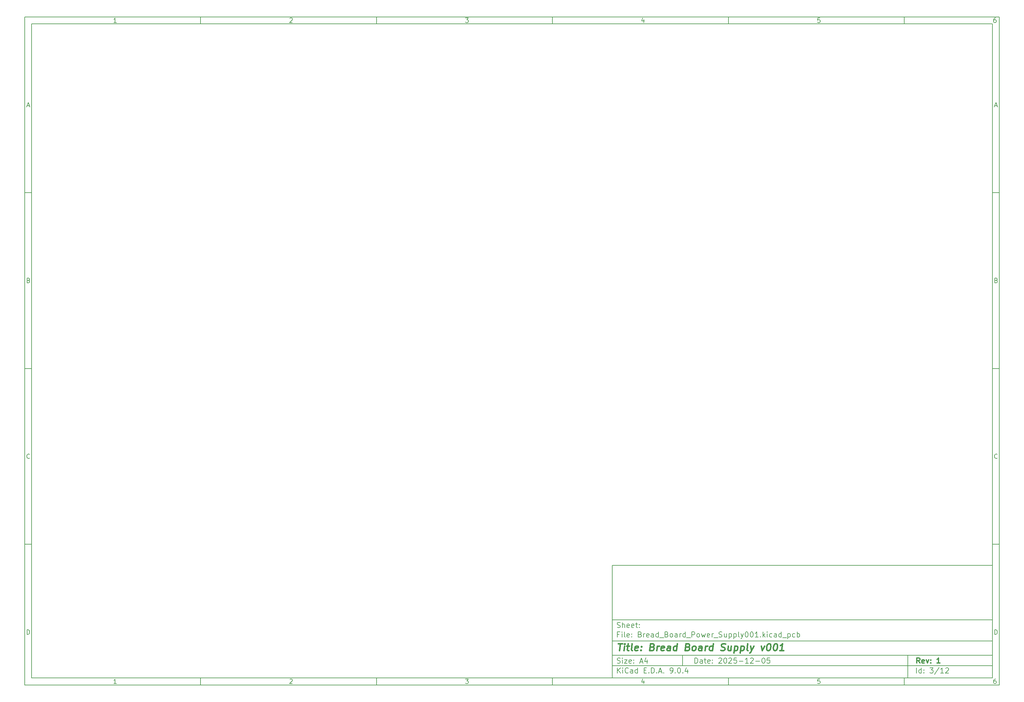
<source format=gbr>
%TF.GenerationSoftware,KiCad,Pcbnew,9.0.4*%
%TF.CreationDate,2025-12-05T21:51:25+03:30*%
%TF.ProjectId,Bread_Board_Power_Supply001,42726561-645f-4426-9f61-72645f506f77,1*%
%TF.SameCoordinates,Original*%
%TF.FileFunction,Paste,Top*%
%TF.FilePolarity,Positive*%
%FSLAX46Y46*%
G04 Gerber Fmt 4.6, Leading zero omitted, Abs format (unit mm)*
G04 Created by KiCad (PCBNEW 9.0.4) date 2025-12-05 21:51:25*
%MOMM*%
%LPD*%
G01*
G04 APERTURE LIST*
%ADD10C,0.100000*%
%ADD11C,0.150000*%
%ADD12C,0.300000*%
%ADD13C,0.400000*%
G04 APERTURE END LIST*
D10*
D11*
X177002200Y-166007200D02*
X285002200Y-166007200D01*
X285002200Y-198007200D01*
X177002200Y-198007200D01*
X177002200Y-166007200D01*
D10*
D11*
X10000000Y-10000000D02*
X287002200Y-10000000D01*
X287002200Y-200007200D01*
X10000000Y-200007200D01*
X10000000Y-10000000D01*
D10*
D11*
X12000000Y-12000000D02*
X285002200Y-12000000D01*
X285002200Y-198007200D01*
X12000000Y-198007200D01*
X12000000Y-12000000D01*
D10*
D11*
X60000000Y-12000000D02*
X60000000Y-10000000D01*
D10*
D11*
X110000000Y-12000000D02*
X110000000Y-10000000D01*
D10*
D11*
X160000000Y-12000000D02*
X160000000Y-10000000D01*
D10*
D11*
X210000000Y-12000000D02*
X210000000Y-10000000D01*
D10*
D11*
X260000000Y-12000000D02*
X260000000Y-10000000D01*
D10*
D11*
X36089160Y-11593604D02*
X35346303Y-11593604D01*
X35717731Y-11593604D02*
X35717731Y-10293604D01*
X35717731Y-10293604D02*
X35593922Y-10479319D01*
X35593922Y-10479319D02*
X35470112Y-10603128D01*
X35470112Y-10603128D02*
X35346303Y-10665033D01*
D10*
D11*
X85346303Y-10417414D02*
X85408207Y-10355509D01*
X85408207Y-10355509D02*
X85532017Y-10293604D01*
X85532017Y-10293604D02*
X85841541Y-10293604D01*
X85841541Y-10293604D02*
X85965350Y-10355509D01*
X85965350Y-10355509D02*
X86027255Y-10417414D01*
X86027255Y-10417414D02*
X86089160Y-10541223D01*
X86089160Y-10541223D02*
X86089160Y-10665033D01*
X86089160Y-10665033D02*
X86027255Y-10850747D01*
X86027255Y-10850747D02*
X85284398Y-11593604D01*
X85284398Y-11593604D02*
X86089160Y-11593604D01*
D10*
D11*
X135284398Y-10293604D02*
X136089160Y-10293604D01*
X136089160Y-10293604D02*
X135655826Y-10788842D01*
X135655826Y-10788842D02*
X135841541Y-10788842D01*
X135841541Y-10788842D02*
X135965350Y-10850747D01*
X135965350Y-10850747D02*
X136027255Y-10912652D01*
X136027255Y-10912652D02*
X136089160Y-11036461D01*
X136089160Y-11036461D02*
X136089160Y-11345985D01*
X136089160Y-11345985D02*
X136027255Y-11469795D01*
X136027255Y-11469795D02*
X135965350Y-11531700D01*
X135965350Y-11531700D02*
X135841541Y-11593604D01*
X135841541Y-11593604D02*
X135470112Y-11593604D01*
X135470112Y-11593604D02*
X135346303Y-11531700D01*
X135346303Y-11531700D02*
X135284398Y-11469795D01*
D10*
D11*
X185965350Y-10726938D02*
X185965350Y-11593604D01*
X185655826Y-10231700D02*
X185346303Y-11160271D01*
X185346303Y-11160271D02*
X186151064Y-11160271D01*
D10*
D11*
X236027255Y-10293604D02*
X235408207Y-10293604D01*
X235408207Y-10293604D02*
X235346303Y-10912652D01*
X235346303Y-10912652D02*
X235408207Y-10850747D01*
X235408207Y-10850747D02*
X235532017Y-10788842D01*
X235532017Y-10788842D02*
X235841541Y-10788842D01*
X235841541Y-10788842D02*
X235965350Y-10850747D01*
X235965350Y-10850747D02*
X236027255Y-10912652D01*
X236027255Y-10912652D02*
X236089160Y-11036461D01*
X236089160Y-11036461D02*
X236089160Y-11345985D01*
X236089160Y-11345985D02*
X236027255Y-11469795D01*
X236027255Y-11469795D02*
X235965350Y-11531700D01*
X235965350Y-11531700D02*
X235841541Y-11593604D01*
X235841541Y-11593604D02*
X235532017Y-11593604D01*
X235532017Y-11593604D02*
X235408207Y-11531700D01*
X235408207Y-11531700D02*
X235346303Y-11469795D01*
D10*
D11*
X285965350Y-10293604D02*
X285717731Y-10293604D01*
X285717731Y-10293604D02*
X285593922Y-10355509D01*
X285593922Y-10355509D02*
X285532017Y-10417414D01*
X285532017Y-10417414D02*
X285408207Y-10603128D01*
X285408207Y-10603128D02*
X285346303Y-10850747D01*
X285346303Y-10850747D02*
X285346303Y-11345985D01*
X285346303Y-11345985D02*
X285408207Y-11469795D01*
X285408207Y-11469795D02*
X285470112Y-11531700D01*
X285470112Y-11531700D02*
X285593922Y-11593604D01*
X285593922Y-11593604D02*
X285841541Y-11593604D01*
X285841541Y-11593604D02*
X285965350Y-11531700D01*
X285965350Y-11531700D02*
X286027255Y-11469795D01*
X286027255Y-11469795D02*
X286089160Y-11345985D01*
X286089160Y-11345985D02*
X286089160Y-11036461D01*
X286089160Y-11036461D02*
X286027255Y-10912652D01*
X286027255Y-10912652D02*
X285965350Y-10850747D01*
X285965350Y-10850747D02*
X285841541Y-10788842D01*
X285841541Y-10788842D02*
X285593922Y-10788842D01*
X285593922Y-10788842D02*
X285470112Y-10850747D01*
X285470112Y-10850747D02*
X285408207Y-10912652D01*
X285408207Y-10912652D02*
X285346303Y-11036461D01*
D10*
D11*
X60000000Y-198007200D02*
X60000000Y-200007200D01*
D10*
D11*
X110000000Y-198007200D02*
X110000000Y-200007200D01*
D10*
D11*
X160000000Y-198007200D02*
X160000000Y-200007200D01*
D10*
D11*
X210000000Y-198007200D02*
X210000000Y-200007200D01*
D10*
D11*
X260000000Y-198007200D02*
X260000000Y-200007200D01*
D10*
D11*
X36089160Y-199600804D02*
X35346303Y-199600804D01*
X35717731Y-199600804D02*
X35717731Y-198300804D01*
X35717731Y-198300804D02*
X35593922Y-198486519D01*
X35593922Y-198486519D02*
X35470112Y-198610328D01*
X35470112Y-198610328D02*
X35346303Y-198672233D01*
D10*
D11*
X85346303Y-198424614D02*
X85408207Y-198362709D01*
X85408207Y-198362709D02*
X85532017Y-198300804D01*
X85532017Y-198300804D02*
X85841541Y-198300804D01*
X85841541Y-198300804D02*
X85965350Y-198362709D01*
X85965350Y-198362709D02*
X86027255Y-198424614D01*
X86027255Y-198424614D02*
X86089160Y-198548423D01*
X86089160Y-198548423D02*
X86089160Y-198672233D01*
X86089160Y-198672233D02*
X86027255Y-198857947D01*
X86027255Y-198857947D02*
X85284398Y-199600804D01*
X85284398Y-199600804D02*
X86089160Y-199600804D01*
D10*
D11*
X135284398Y-198300804D02*
X136089160Y-198300804D01*
X136089160Y-198300804D02*
X135655826Y-198796042D01*
X135655826Y-198796042D02*
X135841541Y-198796042D01*
X135841541Y-198796042D02*
X135965350Y-198857947D01*
X135965350Y-198857947D02*
X136027255Y-198919852D01*
X136027255Y-198919852D02*
X136089160Y-199043661D01*
X136089160Y-199043661D02*
X136089160Y-199353185D01*
X136089160Y-199353185D02*
X136027255Y-199476995D01*
X136027255Y-199476995D02*
X135965350Y-199538900D01*
X135965350Y-199538900D02*
X135841541Y-199600804D01*
X135841541Y-199600804D02*
X135470112Y-199600804D01*
X135470112Y-199600804D02*
X135346303Y-199538900D01*
X135346303Y-199538900D02*
X135284398Y-199476995D01*
D10*
D11*
X185965350Y-198734138D02*
X185965350Y-199600804D01*
X185655826Y-198238900D02*
X185346303Y-199167471D01*
X185346303Y-199167471D02*
X186151064Y-199167471D01*
D10*
D11*
X236027255Y-198300804D02*
X235408207Y-198300804D01*
X235408207Y-198300804D02*
X235346303Y-198919852D01*
X235346303Y-198919852D02*
X235408207Y-198857947D01*
X235408207Y-198857947D02*
X235532017Y-198796042D01*
X235532017Y-198796042D02*
X235841541Y-198796042D01*
X235841541Y-198796042D02*
X235965350Y-198857947D01*
X235965350Y-198857947D02*
X236027255Y-198919852D01*
X236027255Y-198919852D02*
X236089160Y-199043661D01*
X236089160Y-199043661D02*
X236089160Y-199353185D01*
X236089160Y-199353185D02*
X236027255Y-199476995D01*
X236027255Y-199476995D02*
X235965350Y-199538900D01*
X235965350Y-199538900D02*
X235841541Y-199600804D01*
X235841541Y-199600804D02*
X235532017Y-199600804D01*
X235532017Y-199600804D02*
X235408207Y-199538900D01*
X235408207Y-199538900D02*
X235346303Y-199476995D01*
D10*
D11*
X285965350Y-198300804D02*
X285717731Y-198300804D01*
X285717731Y-198300804D02*
X285593922Y-198362709D01*
X285593922Y-198362709D02*
X285532017Y-198424614D01*
X285532017Y-198424614D02*
X285408207Y-198610328D01*
X285408207Y-198610328D02*
X285346303Y-198857947D01*
X285346303Y-198857947D02*
X285346303Y-199353185D01*
X285346303Y-199353185D02*
X285408207Y-199476995D01*
X285408207Y-199476995D02*
X285470112Y-199538900D01*
X285470112Y-199538900D02*
X285593922Y-199600804D01*
X285593922Y-199600804D02*
X285841541Y-199600804D01*
X285841541Y-199600804D02*
X285965350Y-199538900D01*
X285965350Y-199538900D02*
X286027255Y-199476995D01*
X286027255Y-199476995D02*
X286089160Y-199353185D01*
X286089160Y-199353185D02*
X286089160Y-199043661D01*
X286089160Y-199043661D02*
X286027255Y-198919852D01*
X286027255Y-198919852D02*
X285965350Y-198857947D01*
X285965350Y-198857947D02*
X285841541Y-198796042D01*
X285841541Y-198796042D02*
X285593922Y-198796042D01*
X285593922Y-198796042D02*
X285470112Y-198857947D01*
X285470112Y-198857947D02*
X285408207Y-198919852D01*
X285408207Y-198919852D02*
X285346303Y-199043661D01*
D10*
D11*
X10000000Y-60000000D02*
X12000000Y-60000000D01*
D10*
D11*
X10000000Y-110000000D02*
X12000000Y-110000000D01*
D10*
D11*
X10000000Y-160000000D02*
X12000000Y-160000000D01*
D10*
D11*
X10690476Y-35222176D02*
X11309523Y-35222176D01*
X10566666Y-35593604D02*
X10999999Y-34293604D01*
X10999999Y-34293604D02*
X11433333Y-35593604D01*
D10*
D11*
X11092857Y-84912652D02*
X11278571Y-84974557D01*
X11278571Y-84974557D02*
X11340476Y-85036461D01*
X11340476Y-85036461D02*
X11402380Y-85160271D01*
X11402380Y-85160271D02*
X11402380Y-85345985D01*
X11402380Y-85345985D02*
X11340476Y-85469795D01*
X11340476Y-85469795D02*
X11278571Y-85531700D01*
X11278571Y-85531700D02*
X11154761Y-85593604D01*
X11154761Y-85593604D02*
X10659523Y-85593604D01*
X10659523Y-85593604D02*
X10659523Y-84293604D01*
X10659523Y-84293604D02*
X11092857Y-84293604D01*
X11092857Y-84293604D02*
X11216666Y-84355509D01*
X11216666Y-84355509D02*
X11278571Y-84417414D01*
X11278571Y-84417414D02*
X11340476Y-84541223D01*
X11340476Y-84541223D02*
X11340476Y-84665033D01*
X11340476Y-84665033D02*
X11278571Y-84788842D01*
X11278571Y-84788842D02*
X11216666Y-84850747D01*
X11216666Y-84850747D02*
X11092857Y-84912652D01*
X11092857Y-84912652D02*
X10659523Y-84912652D01*
D10*
D11*
X11402380Y-135469795D02*
X11340476Y-135531700D01*
X11340476Y-135531700D02*
X11154761Y-135593604D01*
X11154761Y-135593604D02*
X11030952Y-135593604D01*
X11030952Y-135593604D02*
X10845238Y-135531700D01*
X10845238Y-135531700D02*
X10721428Y-135407890D01*
X10721428Y-135407890D02*
X10659523Y-135284080D01*
X10659523Y-135284080D02*
X10597619Y-135036461D01*
X10597619Y-135036461D02*
X10597619Y-134850747D01*
X10597619Y-134850747D02*
X10659523Y-134603128D01*
X10659523Y-134603128D02*
X10721428Y-134479319D01*
X10721428Y-134479319D02*
X10845238Y-134355509D01*
X10845238Y-134355509D02*
X11030952Y-134293604D01*
X11030952Y-134293604D02*
X11154761Y-134293604D01*
X11154761Y-134293604D02*
X11340476Y-134355509D01*
X11340476Y-134355509D02*
X11402380Y-134417414D01*
D10*
D11*
X10659523Y-185593604D02*
X10659523Y-184293604D01*
X10659523Y-184293604D02*
X10969047Y-184293604D01*
X10969047Y-184293604D02*
X11154761Y-184355509D01*
X11154761Y-184355509D02*
X11278571Y-184479319D01*
X11278571Y-184479319D02*
X11340476Y-184603128D01*
X11340476Y-184603128D02*
X11402380Y-184850747D01*
X11402380Y-184850747D02*
X11402380Y-185036461D01*
X11402380Y-185036461D02*
X11340476Y-185284080D01*
X11340476Y-185284080D02*
X11278571Y-185407890D01*
X11278571Y-185407890D02*
X11154761Y-185531700D01*
X11154761Y-185531700D02*
X10969047Y-185593604D01*
X10969047Y-185593604D02*
X10659523Y-185593604D01*
D10*
D11*
X287002200Y-60000000D02*
X285002200Y-60000000D01*
D10*
D11*
X287002200Y-110000000D02*
X285002200Y-110000000D01*
D10*
D11*
X287002200Y-160000000D02*
X285002200Y-160000000D01*
D10*
D11*
X285692676Y-35222176D02*
X286311723Y-35222176D01*
X285568866Y-35593604D02*
X286002199Y-34293604D01*
X286002199Y-34293604D02*
X286435533Y-35593604D01*
D10*
D11*
X286095057Y-84912652D02*
X286280771Y-84974557D01*
X286280771Y-84974557D02*
X286342676Y-85036461D01*
X286342676Y-85036461D02*
X286404580Y-85160271D01*
X286404580Y-85160271D02*
X286404580Y-85345985D01*
X286404580Y-85345985D02*
X286342676Y-85469795D01*
X286342676Y-85469795D02*
X286280771Y-85531700D01*
X286280771Y-85531700D02*
X286156961Y-85593604D01*
X286156961Y-85593604D02*
X285661723Y-85593604D01*
X285661723Y-85593604D02*
X285661723Y-84293604D01*
X285661723Y-84293604D02*
X286095057Y-84293604D01*
X286095057Y-84293604D02*
X286218866Y-84355509D01*
X286218866Y-84355509D02*
X286280771Y-84417414D01*
X286280771Y-84417414D02*
X286342676Y-84541223D01*
X286342676Y-84541223D02*
X286342676Y-84665033D01*
X286342676Y-84665033D02*
X286280771Y-84788842D01*
X286280771Y-84788842D02*
X286218866Y-84850747D01*
X286218866Y-84850747D02*
X286095057Y-84912652D01*
X286095057Y-84912652D02*
X285661723Y-84912652D01*
D10*
D11*
X286404580Y-135469795D02*
X286342676Y-135531700D01*
X286342676Y-135531700D02*
X286156961Y-135593604D01*
X286156961Y-135593604D02*
X286033152Y-135593604D01*
X286033152Y-135593604D02*
X285847438Y-135531700D01*
X285847438Y-135531700D02*
X285723628Y-135407890D01*
X285723628Y-135407890D02*
X285661723Y-135284080D01*
X285661723Y-135284080D02*
X285599819Y-135036461D01*
X285599819Y-135036461D02*
X285599819Y-134850747D01*
X285599819Y-134850747D02*
X285661723Y-134603128D01*
X285661723Y-134603128D02*
X285723628Y-134479319D01*
X285723628Y-134479319D02*
X285847438Y-134355509D01*
X285847438Y-134355509D02*
X286033152Y-134293604D01*
X286033152Y-134293604D02*
X286156961Y-134293604D01*
X286156961Y-134293604D02*
X286342676Y-134355509D01*
X286342676Y-134355509D02*
X286404580Y-134417414D01*
D10*
D11*
X285661723Y-185593604D02*
X285661723Y-184293604D01*
X285661723Y-184293604D02*
X285971247Y-184293604D01*
X285971247Y-184293604D02*
X286156961Y-184355509D01*
X286156961Y-184355509D02*
X286280771Y-184479319D01*
X286280771Y-184479319D02*
X286342676Y-184603128D01*
X286342676Y-184603128D02*
X286404580Y-184850747D01*
X286404580Y-184850747D02*
X286404580Y-185036461D01*
X286404580Y-185036461D02*
X286342676Y-185284080D01*
X286342676Y-185284080D02*
X286280771Y-185407890D01*
X286280771Y-185407890D02*
X286156961Y-185531700D01*
X286156961Y-185531700D02*
X285971247Y-185593604D01*
X285971247Y-185593604D02*
X285661723Y-185593604D01*
D10*
D11*
X200458026Y-193793328D02*
X200458026Y-192293328D01*
X200458026Y-192293328D02*
X200815169Y-192293328D01*
X200815169Y-192293328D02*
X201029455Y-192364757D01*
X201029455Y-192364757D02*
X201172312Y-192507614D01*
X201172312Y-192507614D02*
X201243741Y-192650471D01*
X201243741Y-192650471D02*
X201315169Y-192936185D01*
X201315169Y-192936185D02*
X201315169Y-193150471D01*
X201315169Y-193150471D02*
X201243741Y-193436185D01*
X201243741Y-193436185D02*
X201172312Y-193579042D01*
X201172312Y-193579042D02*
X201029455Y-193721900D01*
X201029455Y-193721900D02*
X200815169Y-193793328D01*
X200815169Y-193793328D02*
X200458026Y-193793328D01*
X202600884Y-193793328D02*
X202600884Y-193007614D01*
X202600884Y-193007614D02*
X202529455Y-192864757D01*
X202529455Y-192864757D02*
X202386598Y-192793328D01*
X202386598Y-192793328D02*
X202100884Y-192793328D01*
X202100884Y-192793328D02*
X201958026Y-192864757D01*
X202600884Y-193721900D02*
X202458026Y-193793328D01*
X202458026Y-193793328D02*
X202100884Y-193793328D01*
X202100884Y-193793328D02*
X201958026Y-193721900D01*
X201958026Y-193721900D02*
X201886598Y-193579042D01*
X201886598Y-193579042D02*
X201886598Y-193436185D01*
X201886598Y-193436185D02*
X201958026Y-193293328D01*
X201958026Y-193293328D02*
X202100884Y-193221900D01*
X202100884Y-193221900D02*
X202458026Y-193221900D01*
X202458026Y-193221900D02*
X202600884Y-193150471D01*
X203100884Y-192793328D02*
X203672312Y-192793328D01*
X203315169Y-192293328D02*
X203315169Y-193579042D01*
X203315169Y-193579042D02*
X203386598Y-193721900D01*
X203386598Y-193721900D02*
X203529455Y-193793328D01*
X203529455Y-193793328D02*
X203672312Y-193793328D01*
X204743741Y-193721900D02*
X204600884Y-193793328D01*
X204600884Y-193793328D02*
X204315170Y-193793328D01*
X204315170Y-193793328D02*
X204172312Y-193721900D01*
X204172312Y-193721900D02*
X204100884Y-193579042D01*
X204100884Y-193579042D02*
X204100884Y-193007614D01*
X204100884Y-193007614D02*
X204172312Y-192864757D01*
X204172312Y-192864757D02*
X204315170Y-192793328D01*
X204315170Y-192793328D02*
X204600884Y-192793328D01*
X204600884Y-192793328D02*
X204743741Y-192864757D01*
X204743741Y-192864757D02*
X204815170Y-193007614D01*
X204815170Y-193007614D02*
X204815170Y-193150471D01*
X204815170Y-193150471D02*
X204100884Y-193293328D01*
X205458026Y-193650471D02*
X205529455Y-193721900D01*
X205529455Y-193721900D02*
X205458026Y-193793328D01*
X205458026Y-193793328D02*
X205386598Y-193721900D01*
X205386598Y-193721900D02*
X205458026Y-193650471D01*
X205458026Y-193650471D02*
X205458026Y-193793328D01*
X205458026Y-192864757D02*
X205529455Y-192936185D01*
X205529455Y-192936185D02*
X205458026Y-193007614D01*
X205458026Y-193007614D02*
X205386598Y-192936185D01*
X205386598Y-192936185D02*
X205458026Y-192864757D01*
X205458026Y-192864757D02*
X205458026Y-193007614D01*
X207243741Y-192436185D02*
X207315169Y-192364757D01*
X207315169Y-192364757D02*
X207458027Y-192293328D01*
X207458027Y-192293328D02*
X207815169Y-192293328D01*
X207815169Y-192293328D02*
X207958027Y-192364757D01*
X207958027Y-192364757D02*
X208029455Y-192436185D01*
X208029455Y-192436185D02*
X208100884Y-192579042D01*
X208100884Y-192579042D02*
X208100884Y-192721900D01*
X208100884Y-192721900D02*
X208029455Y-192936185D01*
X208029455Y-192936185D02*
X207172312Y-193793328D01*
X207172312Y-193793328D02*
X208100884Y-193793328D01*
X209029455Y-192293328D02*
X209172312Y-192293328D01*
X209172312Y-192293328D02*
X209315169Y-192364757D01*
X209315169Y-192364757D02*
X209386598Y-192436185D01*
X209386598Y-192436185D02*
X209458026Y-192579042D01*
X209458026Y-192579042D02*
X209529455Y-192864757D01*
X209529455Y-192864757D02*
X209529455Y-193221900D01*
X209529455Y-193221900D02*
X209458026Y-193507614D01*
X209458026Y-193507614D02*
X209386598Y-193650471D01*
X209386598Y-193650471D02*
X209315169Y-193721900D01*
X209315169Y-193721900D02*
X209172312Y-193793328D01*
X209172312Y-193793328D02*
X209029455Y-193793328D01*
X209029455Y-193793328D02*
X208886598Y-193721900D01*
X208886598Y-193721900D02*
X208815169Y-193650471D01*
X208815169Y-193650471D02*
X208743740Y-193507614D01*
X208743740Y-193507614D02*
X208672312Y-193221900D01*
X208672312Y-193221900D02*
X208672312Y-192864757D01*
X208672312Y-192864757D02*
X208743740Y-192579042D01*
X208743740Y-192579042D02*
X208815169Y-192436185D01*
X208815169Y-192436185D02*
X208886598Y-192364757D01*
X208886598Y-192364757D02*
X209029455Y-192293328D01*
X210100883Y-192436185D02*
X210172311Y-192364757D01*
X210172311Y-192364757D02*
X210315169Y-192293328D01*
X210315169Y-192293328D02*
X210672311Y-192293328D01*
X210672311Y-192293328D02*
X210815169Y-192364757D01*
X210815169Y-192364757D02*
X210886597Y-192436185D01*
X210886597Y-192436185D02*
X210958026Y-192579042D01*
X210958026Y-192579042D02*
X210958026Y-192721900D01*
X210958026Y-192721900D02*
X210886597Y-192936185D01*
X210886597Y-192936185D02*
X210029454Y-193793328D01*
X210029454Y-193793328D02*
X210958026Y-193793328D01*
X212315168Y-192293328D02*
X211600882Y-192293328D01*
X211600882Y-192293328D02*
X211529454Y-193007614D01*
X211529454Y-193007614D02*
X211600882Y-192936185D01*
X211600882Y-192936185D02*
X211743740Y-192864757D01*
X211743740Y-192864757D02*
X212100882Y-192864757D01*
X212100882Y-192864757D02*
X212243740Y-192936185D01*
X212243740Y-192936185D02*
X212315168Y-193007614D01*
X212315168Y-193007614D02*
X212386597Y-193150471D01*
X212386597Y-193150471D02*
X212386597Y-193507614D01*
X212386597Y-193507614D02*
X212315168Y-193650471D01*
X212315168Y-193650471D02*
X212243740Y-193721900D01*
X212243740Y-193721900D02*
X212100882Y-193793328D01*
X212100882Y-193793328D02*
X211743740Y-193793328D01*
X211743740Y-193793328D02*
X211600882Y-193721900D01*
X211600882Y-193721900D02*
X211529454Y-193650471D01*
X213029453Y-193221900D02*
X214172311Y-193221900D01*
X215672311Y-193793328D02*
X214815168Y-193793328D01*
X215243739Y-193793328D02*
X215243739Y-192293328D01*
X215243739Y-192293328D02*
X215100882Y-192507614D01*
X215100882Y-192507614D02*
X214958025Y-192650471D01*
X214958025Y-192650471D02*
X214815168Y-192721900D01*
X216243739Y-192436185D02*
X216315167Y-192364757D01*
X216315167Y-192364757D02*
X216458025Y-192293328D01*
X216458025Y-192293328D02*
X216815167Y-192293328D01*
X216815167Y-192293328D02*
X216958025Y-192364757D01*
X216958025Y-192364757D02*
X217029453Y-192436185D01*
X217029453Y-192436185D02*
X217100882Y-192579042D01*
X217100882Y-192579042D02*
X217100882Y-192721900D01*
X217100882Y-192721900D02*
X217029453Y-192936185D01*
X217029453Y-192936185D02*
X216172310Y-193793328D01*
X216172310Y-193793328D02*
X217100882Y-193793328D01*
X217743738Y-193221900D02*
X218886596Y-193221900D01*
X219886596Y-192293328D02*
X220029453Y-192293328D01*
X220029453Y-192293328D02*
X220172310Y-192364757D01*
X220172310Y-192364757D02*
X220243739Y-192436185D01*
X220243739Y-192436185D02*
X220315167Y-192579042D01*
X220315167Y-192579042D02*
X220386596Y-192864757D01*
X220386596Y-192864757D02*
X220386596Y-193221900D01*
X220386596Y-193221900D02*
X220315167Y-193507614D01*
X220315167Y-193507614D02*
X220243739Y-193650471D01*
X220243739Y-193650471D02*
X220172310Y-193721900D01*
X220172310Y-193721900D02*
X220029453Y-193793328D01*
X220029453Y-193793328D02*
X219886596Y-193793328D01*
X219886596Y-193793328D02*
X219743739Y-193721900D01*
X219743739Y-193721900D02*
X219672310Y-193650471D01*
X219672310Y-193650471D02*
X219600881Y-193507614D01*
X219600881Y-193507614D02*
X219529453Y-193221900D01*
X219529453Y-193221900D02*
X219529453Y-192864757D01*
X219529453Y-192864757D02*
X219600881Y-192579042D01*
X219600881Y-192579042D02*
X219672310Y-192436185D01*
X219672310Y-192436185D02*
X219743739Y-192364757D01*
X219743739Y-192364757D02*
X219886596Y-192293328D01*
X221743738Y-192293328D02*
X221029452Y-192293328D01*
X221029452Y-192293328D02*
X220958024Y-193007614D01*
X220958024Y-193007614D02*
X221029452Y-192936185D01*
X221029452Y-192936185D02*
X221172310Y-192864757D01*
X221172310Y-192864757D02*
X221529452Y-192864757D01*
X221529452Y-192864757D02*
X221672310Y-192936185D01*
X221672310Y-192936185D02*
X221743738Y-193007614D01*
X221743738Y-193007614D02*
X221815167Y-193150471D01*
X221815167Y-193150471D02*
X221815167Y-193507614D01*
X221815167Y-193507614D02*
X221743738Y-193650471D01*
X221743738Y-193650471D02*
X221672310Y-193721900D01*
X221672310Y-193721900D02*
X221529452Y-193793328D01*
X221529452Y-193793328D02*
X221172310Y-193793328D01*
X221172310Y-193793328D02*
X221029452Y-193721900D01*
X221029452Y-193721900D02*
X220958024Y-193650471D01*
D10*
D11*
X177002200Y-194507200D02*
X285002200Y-194507200D01*
D10*
D11*
X178458026Y-196593328D02*
X178458026Y-195093328D01*
X179315169Y-196593328D02*
X178672312Y-195736185D01*
X179315169Y-195093328D02*
X178458026Y-195950471D01*
X179958026Y-196593328D02*
X179958026Y-195593328D01*
X179958026Y-195093328D02*
X179886598Y-195164757D01*
X179886598Y-195164757D02*
X179958026Y-195236185D01*
X179958026Y-195236185D02*
X180029455Y-195164757D01*
X180029455Y-195164757D02*
X179958026Y-195093328D01*
X179958026Y-195093328D02*
X179958026Y-195236185D01*
X181529455Y-196450471D02*
X181458027Y-196521900D01*
X181458027Y-196521900D02*
X181243741Y-196593328D01*
X181243741Y-196593328D02*
X181100884Y-196593328D01*
X181100884Y-196593328D02*
X180886598Y-196521900D01*
X180886598Y-196521900D02*
X180743741Y-196379042D01*
X180743741Y-196379042D02*
X180672312Y-196236185D01*
X180672312Y-196236185D02*
X180600884Y-195950471D01*
X180600884Y-195950471D02*
X180600884Y-195736185D01*
X180600884Y-195736185D02*
X180672312Y-195450471D01*
X180672312Y-195450471D02*
X180743741Y-195307614D01*
X180743741Y-195307614D02*
X180886598Y-195164757D01*
X180886598Y-195164757D02*
X181100884Y-195093328D01*
X181100884Y-195093328D02*
X181243741Y-195093328D01*
X181243741Y-195093328D02*
X181458027Y-195164757D01*
X181458027Y-195164757D02*
X181529455Y-195236185D01*
X182815170Y-196593328D02*
X182815170Y-195807614D01*
X182815170Y-195807614D02*
X182743741Y-195664757D01*
X182743741Y-195664757D02*
X182600884Y-195593328D01*
X182600884Y-195593328D02*
X182315170Y-195593328D01*
X182315170Y-195593328D02*
X182172312Y-195664757D01*
X182815170Y-196521900D02*
X182672312Y-196593328D01*
X182672312Y-196593328D02*
X182315170Y-196593328D01*
X182315170Y-196593328D02*
X182172312Y-196521900D01*
X182172312Y-196521900D02*
X182100884Y-196379042D01*
X182100884Y-196379042D02*
X182100884Y-196236185D01*
X182100884Y-196236185D02*
X182172312Y-196093328D01*
X182172312Y-196093328D02*
X182315170Y-196021900D01*
X182315170Y-196021900D02*
X182672312Y-196021900D01*
X182672312Y-196021900D02*
X182815170Y-195950471D01*
X184172313Y-196593328D02*
X184172313Y-195093328D01*
X184172313Y-196521900D02*
X184029455Y-196593328D01*
X184029455Y-196593328D02*
X183743741Y-196593328D01*
X183743741Y-196593328D02*
X183600884Y-196521900D01*
X183600884Y-196521900D02*
X183529455Y-196450471D01*
X183529455Y-196450471D02*
X183458027Y-196307614D01*
X183458027Y-196307614D02*
X183458027Y-195879042D01*
X183458027Y-195879042D02*
X183529455Y-195736185D01*
X183529455Y-195736185D02*
X183600884Y-195664757D01*
X183600884Y-195664757D02*
X183743741Y-195593328D01*
X183743741Y-195593328D02*
X184029455Y-195593328D01*
X184029455Y-195593328D02*
X184172313Y-195664757D01*
X186029455Y-195807614D02*
X186529455Y-195807614D01*
X186743741Y-196593328D02*
X186029455Y-196593328D01*
X186029455Y-196593328D02*
X186029455Y-195093328D01*
X186029455Y-195093328D02*
X186743741Y-195093328D01*
X187386598Y-196450471D02*
X187458027Y-196521900D01*
X187458027Y-196521900D02*
X187386598Y-196593328D01*
X187386598Y-196593328D02*
X187315170Y-196521900D01*
X187315170Y-196521900D02*
X187386598Y-196450471D01*
X187386598Y-196450471D02*
X187386598Y-196593328D01*
X188100884Y-196593328D02*
X188100884Y-195093328D01*
X188100884Y-195093328D02*
X188458027Y-195093328D01*
X188458027Y-195093328D02*
X188672313Y-195164757D01*
X188672313Y-195164757D02*
X188815170Y-195307614D01*
X188815170Y-195307614D02*
X188886599Y-195450471D01*
X188886599Y-195450471D02*
X188958027Y-195736185D01*
X188958027Y-195736185D02*
X188958027Y-195950471D01*
X188958027Y-195950471D02*
X188886599Y-196236185D01*
X188886599Y-196236185D02*
X188815170Y-196379042D01*
X188815170Y-196379042D02*
X188672313Y-196521900D01*
X188672313Y-196521900D02*
X188458027Y-196593328D01*
X188458027Y-196593328D02*
X188100884Y-196593328D01*
X189600884Y-196450471D02*
X189672313Y-196521900D01*
X189672313Y-196521900D02*
X189600884Y-196593328D01*
X189600884Y-196593328D02*
X189529456Y-196521900D01*
X189529456Y-196521900D02*
X189600884Y-196450471D01*
X189600884Y-196450471D02*
X189600884Y-196593328D01*
X190243742Y-196164757D02*
X190958028Y-196164757D01*
X190100885Y-196593328D02*
X190600885Y-195093328D01*
X190600885Y-195093328D02*
X191100885Y-196593328D01*
X191600884Y-196450471D02*
X191672313Y-196521900D01*
X191672313Y-196521900D02*
X191600884Y-196593328D01*
X191600884Y-196593328D02*
X191529456Y-196521900D01*
X191529456Y-196521900D02*
X191600884Y-196450471D01*
X191600884Y-196450471D02*
X191600884Y-196593328D01*
X193529456Y-196593328D02*
X193815170Y-196593328D01*
X193815170Y-196593328D02*
X193958027Y-196521900D01*
X193958027Y-196521900D02*
X194029456Y-196450471D01*
X194029456Y-196450471D02*
X194172313Y-196236185D01*
X194172313Y-196236185D02*
X194243742Y-195950471D01*
X194243742Y-195950471D02*
X194243742Y-195379042D01*
X194243742Y-195379042D02*
X194172313Y-195236185D01*
X194172313Y-195236185D02*
X194100885Y-195164757D01*
X194100885Y-195164757D02*
X193958027Y-195093328D01*
X193958027Y-195093328D02*
X193672313Y-195093328D01*
X193672313Y-195093328D02*
X193529456Y-195164757D01*
X193529456Y-195164757D02*
X193458027Y-195236185D01*
X193458027Y-195236185D02*
X193386599Y-195379042D01*
X193386599Y-195379042D02*
X193386599Y-195736185D01*
X193386599Y-195736185D02*
X193458027Y-195879042D01*
X193458027Y-195879042D02*
X193529456Y-195950471D01*
X193529456Y-195950471D02*
X193672313Y-196021900D01*
X193672313Y-196021900D02*
X193958027Y-196021900D01*
X193958027Y-196021900D02*
X194100885Y-195950471D01*
X194100885Y-195950471D02*
X194172313Y-195879042D01*
X194172313Y-195879042D02*
X194243742Y-195736185D01*
X194886598Y-196450471D02*
X194958027Y-196521900D01*
X194958027Y-196521900D02*
X194886598Y-196593328D01*
X194886598Y-196593328D02*
X194815170Y-196521900D01*
X194815170Y-196521900D02*
X194886598Y-196450471D01*
X194886598Y-196450471D02*
X194886598Y-196593328D01*
X195886599Y-195093328D02*
X196029456Y-195093328D01*
X196029456Y-195093328D02*
X196172313Y-195164757D01*
X196172313Y-195164757D02*
X196243742Y-195236185D01*
X196243742Y-195236185D02*
X196315170Y-195379042D01*
X196315170Y-195379042D02*
X196386599Y-195664757D01*
X196386599Y-195664757D02*
X196386599Y-196021900D01*
X196386599Y-196021900D02*
X196315170Y-196307614D01*
X196315170Y-196307614D02*
X196243742Y-196450471D01*
X196243742Y-196450471D02*
X196172313Y-196521900D01*
X196172313Y-196521900D02*
X196029456Y-196593328D01*
X196029456Y-196593328D02*
X195886599Y-196593328D01*
X195886599Y-196593328D02*
X195743742Y-196521900D01*
X195743742Y-196521900D02*
X195672313Y-196450471D01*
X195672313Y-196450471D02*
X195600884Y-196307614D01*
X195600884Y-196307614D02*
X195529456Y-196021900D01*
X195529456Y-196021900D02*
X195529456Y-195664757D01*
X195529456Y-195664757D02*
X195600884Y-195379042D01*
X195600884Y-195379042D02*
X195672313Y-195236185D01*
X195672313Y-195236185D02*
X195743742Y-195164757D01*
X195743742Y-195164757D02*
X195886599Y-195093328D01*
X197029455Y-196450471D02*
X197100884Y-196521900D01*
X197100884Y-196521900D02*
X197029455Y-196593328D01*
X197029455Y-196593328D02*
X196958027Y-196521900D01*
X196958027Y-196521900D02*
X197029455Y-196450471D01*
X197029455Y-196450471D02*
X197029455Y-196593328D01*
X198386599Y-195593328D02*
X198386599Y-196593328D01*
X198029456Y-195021900D02*
X197672313Y-196093328D01*
X197672313Y-196093328D02*
X198600884Y-196093328D01*
D10*
D11*
X177002200Y-191507200D02*
X285002200Y-191507200D01*
D10*
D12*
X264413853Y-193785528D02*
X263913853Y-193071242D01*
X263556710Y-193785528D02*
X263556710Y-192285528D01*
X263556710Y-192285528D02*
X264128139Y-192285528D01*
X264128139Y-192285528D02*
X264270996Y-192356957D01*
X264270996Y-192356957D02*
X264342425Y-192428385D01*
X264342425Y-192428385D02*
X264413853Y-192571242D01*
X264413853Y-192571242D02*
X264413853Y-192785528D01*
X264413853Y-192785528D02*
X264342425Y-192928385D01*
X264342425Y-192928385D02*
X264270996Y-192999814D01*
X264270996Y-192999814D02*
X264128139Y-193071242D01*
X264128139Y-193071242D02*
X263556710Y-193071242D01*
X265628139Y-193714100D02*
X265485282Y-193785528D01*
X265485282Y-193785528D02*
X265199568Y-193785528D01*
X265199568Y-193785528D02*
X265056710Y-193714100D01*
X265056710Y-193714100D02*
X264985282Y-193571242D01*
X264985282Y-193571242D02*
X264985282Y-192999814D01*
X264985282Y-192999814D02*
X265056710Y-192856957D01*
X265056710Y-192856957D02*
X265199568Y-192785528D01*
X265199568Y-192785528D02*
X265485282Y-192785528D01*
X265485282Y-192785528D02*
X265628139Y-192856957D01*
X265628139Y-192856957D02*
X265699568Y-192999814D01*
X265699568Y-192999814D02*
X265699568Y-193142671D01*
X265699568Y-193142671D02*
X264985282Y-193285528D01*
X266199567Y-192785528D02*
X266556710Y-193785528D01*
X266556710Y-193785528D02*
X266913853Y-192785528D01*
X267485281Y-193642671D02*
X267556710Y-193714100D01*
X267556710Y-193714100D02*
X267485281Y-193785528D01*
X267485281Y-193785528D02*
X267413853Y-193714100D01*
X267413853Y-193714100D02*
X267485281Y-193642671D01*
X267485281Y-193642671D02*
X267485281Y-193785528D01*
X267485281Y-192856957D02*
X267556710Y-192928385D01*
X267556710Y-192928385D02*
X267485281Y-192999814D01*
X267485281Y-192999814D02*
X267413853Y-192928385D01*
X267413853Y-192928385D02*
X267485281Y-192856957D01*
X267485281Y-192856957D02*
X267485281Y-192999814D01*
X270128139Y-193785528D02*
X269270996Y-193785528D01*
X269699567Y-193785528D02*
X269699567Y-192285528D01*
X269699567Y-192285528D02*
X269556710Y-192499814D01*
X269556710Y-192499814D02*
X269413853Y-192642671D01*
X269413853Y-192642671D02*
X269270996Y-192714100D01*
D10*
D11*
X178386598Y-193721900D02*
X178600884Y-193793328D01*
X178600884Y-193793328D02*
X178958026Y-193793328D01*
X178958026Y-193793328D02*
X179100884Y-193721900D01*
X179100884Y-193721900D02*
X179172312Y-193650471D01*
X179172312Y-193650471D02*
X179243741Y-193507614D01*
X179243741Y-193507614D02*
X179243741Y-193364757D01*
X179243741Y-193364757D02*
X179172312Y-193221900D01*
X179172312Y-193221900D02*
X179100884Y-193150471D01*
X179100884Y-193150471D02*
X178958026Y-193079042D01*
X178958026Y-193079042D02*
X178672312Y-193007614D01*
X178672312Y-193007614D02*
X178529455Y-192936185D01*
X178529455Y-192936185D02*
X178458026Y-192864757D01*
X178458026Y-192864757D02*
X178386598Y-192721900D01*
X178386598Y-192721900D02*
X178386598Y-192579042D01*
X178386598Y-192579042D02*
X178458026Y-192436185D01*
X178458026Y-192436185D02*
X178529455Y-192364757D01*
X178529455Y-192364757D02*
X178672312Y-192293328D01*
X178672312Y-192293328D02*
X179029455Y-192293328D01*
X179029455Y-192293328D02*
X179243741Y-192364757D01*
X179886597Y-193793328D02*
X179886597Y-192793328D01*
X179886597Y-192293328D02*
X179815169Y-192364757D01*
X179815169Y-192364757D02*
X179886597Y-192436185D01*
X179886597Y-192436185D02*
X179958026Y-192364757D01*
X179958026Y-192364757D02*
X179886597Y-192293328D01*
X179886597Y-192293328D02*
X179886597Y-192436185D01*
X180458026Y-192793328D02*
X181243741Y-192793328D01*
X181243741Y-192793328D02*
X180458026Y-193793328D01*
X180458026Y-193793328D02*
X181243741Y-193793328D01*
X182386598Y-193721900D02*
X182243741Y-193793328D01*
X182243741Y-193793328D02*
X181958027Y-193793328D01*
X181958027Y-193793328D02*
X181815169Y-193721900D01*
X181815169Y-193721900D02*
X181743741Y-193579042D01*
X181743741Y-193579042D02*
X181743741Y-193007614D01*
X181743741Y-193007614D02*
X181815169Y-192864757D01*
X181815169Y-192864757D02*
X181958027Y-192793328D01*
X181958027Y-192793328D02*
X182243741Y-192793328D01*
X182243741Y-192793328D02*
X182386598Y-192864757D01*
X182386598Y-192864757D02*
X182458027Y-193007614D01*
X182458027Y-193007614D02*
X182458027Y-193150471D01*
X182458027Y-193150471D02*
X181743741Y-193293328D01*
X183100883Y-193650471D02*
X183172312Y-193721900D01*
X183172312Y-193721900D02*
X183100883Y-193793328D01*
X183100883Y-193793328D02*
X183029455Y-193721900D01*
X183029455Y-193721900D02*
X183100883Y-193650471D01*
X183100883Y-193650471D02*
X183100883Y-193793328D01*
X183100883Y-192864757D02*
X183172312Y-192936185D01*
X183172312Y-192936185D02*
X183100883Y-193007614D01*
X183100883Y-193007614D02*
X183029455Y-192936185D01*
X183029455Y-192936185D02*
X183100883Y-192864757D01*
X183100883Y-192864757D02*
X183100883Y-193007614D01*
X184886598Y-193364757D02*
X185600884Y-193364757D01*
X184743741Y-193793328D02*
X185243741Y-192293328D01*
X185243741Y-192293328D02*
X185743741Y-193793328D01*
X186886598Y-192793328D02*
X186886598Y-193793328D01*
X186529455Y-192221900D02*
X186172312Y-193293328D01*
X186172312Y-193293328D02*
X187100883Y-193293328D01*
D10*
D11*
X263458026Y-196593328D02*
X263458026Y-195093328D01*
X264815170Y-196593328D02*
X264815170Y-195093328D01*
X264815170Y-196521900D02*
X264672312Y-196593328D01*
X264672312Y-196593328D02*
X264386598Y-196593328D01*
X264386598Y-196593328D02*
X264243741Y-196521900D01*
X264243741Y-196521900D02*
X264172312Y-196450471D01*
X264172312Y-196450471D02*
X264100884Y-196307614D01*
X264100884Y-196307614D02*
X264100884Y-195879042D01*
X264100884Y-195879042D02*
X264172312Y-195736185D01*
X264172312Y-195736185D02*
X264243741Y-195664757D01*
X264243741Y-195664757D02*
X264386598Y-195593328D01*
X264386598Y-195593328D02*
X264672312Y-195593328D01*
X264672312Y-195593328D02*
X264815170Y-195664757D01*
X265529455Y-196450471D02*
X265600884Y-196521900D01*
X265600884Y-196521900D02*
X265529455Y-196593328D01*
X265529455Y-196593328D02*
X265458027Y-196521900D01*
X265458027Y-196521900D02*
X265529455Y-196450471D01*
X265529455Y-196450471D02*
X265529455Y-196593328D01*
X265529455Y-195664757D02*
X265600884Y-195736185D01*
X265600884Y-195736185D02*
X265529455Y-195807614D01*
X265529455Y-195807614D02*
X265458027Y-195736185D01*
X265458027Y-195736185D02*
X265529455Y-195664757D01*
X265529455Y-195664757D02*
X265529455Y-195807614D01*
X267243741Y-195093328D02*
X268172313Y-195093328D01*
X268172313Y-195093328D02*
X267672313Y-195664757D01*
X267672313Y-195664757D02*
X267886598Y-195664757D01*
X267886598Y-195664757D02*
X268029456Y-195736185D01*
X268029456Y-195736185D02*
X268100884Y-195807614D01*
X268100884Y-195807614D02*
X268172313Y-195950471D01*
X268172313Y-195950471D02*
X268172313Y-196307614D01*
X268172313Y-196307614D02*
X268100884Y-196450471D01*
X268100884Y-196450471D02*
X268029456Y-196521900D01*
X268029456Y-196521900D02*
X267886598Y-196593328D01*
X267886598Y-196593328D02*
X267458027Y-196593328D01*
X267458027Y-196593328D02*
X267315170Y-196521900D01*
X267315170Y-196521900D02*
X267243741Y-196450471D01*
X269886598Y-195021900D02*
X268600884Y-196950471D01*
X271172313Y-196593328D02*
X270315170Y-196593328D01*
X270743741Y-196593328D02*
X270743741Y-195093328D01*
X270743741Y-195093328D02*
X270600884Y-195307614D01*
X270600884Y-195307614D02*
X270458027Y-195450471D01*
X270458027Y-195450471D02*
X270315170Y-195521900D01*
X271743741Y-195236185D02*
X271815169Y-195164757D01*
X271815169Y-195164757D02*
X271958027Y-195093328D01*
X271958027Y-195093328D02*
X272315169Y-195093328D01*
X272315169Y-195093328D02*
X272458027Y-195164757D01*
X272458027Y-195164757D02*
X272529455Y-195236185D01*
X272529455Y-195236185D02*
X272600884Y-195379042D01*
X272600884Y-195379042D02*
X272600884Y-195521900D01*
X272600884Y-195521900D02*
X272529455Y-195736185D01*
X272529455Y-195736185D02*
X271672312Y-196593328D01*
X271672312Y-196593328D02*
X272600884Y-196593328D01*
D10*
D11*
X177002200Y-187507200D02*
X285002200Y-187507200D01*
D10*
D13*
X178693928Y-188211638D02*
X179836785Y-188211638D01*
X179015357Y-190211638D02*
X179265357Y-188211638D01*
X180253452Y-190211638D02*
X180420119Y-188878304D01*
X180503452Y-188211638D02*
X180396309Y-188306876D01*
X180396309Y-188306876D02*
X180479643Y-188402114D01*
X180479643Y-188402114D02*
X180586786Y-188306876D01*
X180586786Y-188306876D02*
X180503452Y-188211638D01*
X180503452Y-188211638D02*
X180479643Y-188402114D01*
X181086786Y-188878304D02*
X181848690Y-188878304D01*
X181455833Y-188211638D02*
X181241548Y-189925923D01*
X181241548Y-189925923D02*
X181312976Y-190116400D01*
X181312976Y-190116400D02*
X181491548Y-190211638D01*
X181491548Y-190211638D02*
X181682024Y-190211638D01*
X182634405Y-190211638D02*
X182455833Y-190116400D01*
X182455833Y-190116400D02*
X182384405Y-189925923D01*
X182384405Y-189925923D02*
X182598690Y-188211638D01*
X184170119Y-190116400D02*
X183967738Y-190211638D01*
X183967738Y-190211638D02*
X183586785Y-190211638D01*
X183586785Y-190211638D02*
X183408214Y-190116400D01*
X183408214Y-190116400D02*
X183336785Y-189925923D01*
X183336785Y-189925923D02*
X183432024Y-189164019D01*
X183432024Y-189164019D02*
X183551071Y-188973542D01*
X183551071Y-188973542D02*
X183753452Y-188878304D01*
X183753452Y-188878304D02*
X184134404Y-188878304D01*
X184134404Y-188878304D02*
X184312976Y-188973542D01*
X184312976Y-188973542D02*
X184384404Y-189164019D01*
X184384404Y-189164019D02*
X184360595Y-189354495D01*
X184360595Y-189354495D02*
X183384404Y-189544971D01*
X185134405Y-190021161D02*
X185217738Y-190116400D01*
X185217738Y-190116400D02*
X185110595Y-190211638D01*
X185110595Y-190211638D02*
X185027262Y-190116400D01*
X185027262Y-190116400D02*
X185134405Y-190021161D01*
X185134405Y-190021161D02*
X185110595Y-190211638D01*
X185265357Y-188973542D02*
X185348690Y-189068780D01*
X185348690Y-189068780D02*
X185241548Y-189164019D01*
X185241548Y-189164019D02*
X185158214Y-189068780D01*
X185158214Y-189068780D02*
X185265357Y-188973542D01*
X185265357Y-188973542D02*
X185241548Y-189164019D01*
X188384405Y-189164019D02*
X188658215Y-189259257D01*
X188658215Y-189259257D02*
X188741548Y-189354495D01*
X188741548Y-189354495D02*
X188812977Y-189544971D01*
X188812977Y-189544971D02*
X188777262Y-189830685D01*
X188777262Y-189830685D02*
X188658215Y-190021161D01*
X188658215Y-190021161D02*
X188551072Y-190116400D01*
X188551072Y-190116400D02*
X188348691Y-190211638D01*
X188348691Y-190211638D02*
X187586786Y-190211638D01*
X187586786Y-190211638D02*
X187836786Y-188211638D01*
X187836786Y-188211638D02*
X188503453Y-188211638D01*
X188503453Y-188211638D02*
X188682024Y-188306876D01*
X188682024Y-188306876D02*
X188765358Y-188402114D01*
X188765358Y-188402114D02*
X188836786Y-188592590D01*
X188836786Y-188592590D02*
X188812977Y-188783066D01*
X188812977Y-188783066D02*
X188693929Y-188973542D01*
X188693929Y-188973542D02*
X188586786Y-189068780D01*
X188586786Y-189068780D02*
X188384405Y-189164019D01*
X188384405Y-189164019D02*
X187717739Y-189164019D01*
X189586786Y-190211638D02*
X189753453Y-188878304D01*
X189705834Y-189259257D02*
X189824881Y-189068780D01*
X189824881Y-189068780D02*
X189932024Y-188973542D01*
X189932024Y-188973542D02*
X190134405Y-188878304D01*
X190134405Y-188878304D02*
X190324881Y-188878304D01*
X191598691Y-190116400D02*
X191396310Y-190211638D01*
X191396310Y-190211638D02*
X191015357Y-190211638D01*
X191015357Y-190211638D02*
X190836786Y-190116400D01*
X190836786Y-190116400D02*
X190765357Y-189925923D01*
X190765357Y-189925923D02*
X190860596Y-189164019D01*
X190860596Y-189164019D02*
X190979643Y-188973542D01*
X190979643Y-188973542D02*
X191182024Y-188878304D01*
X191182024Y-188878304D02*
X191562976Y-188878304D01*
X191562976Y-188878304D02*
X191741548Y-188973542D01*
X191741548Y-188973542D02*
X191812976Y-189164019D01*
X191812976Y-189164019D02*
X191789167Y-189354495D01*
X191789167Y-189354495D02*
X190812976Y-189544971D01*
X193396310Y-190211638D02*
X193527262Y-189164019D01*
X193527262Y-189164019D02*
X193455834Y-188973542D01*
X193455834Y-188973542D02*
X193277262Y-188878304D01*
X193277262Y-188878304D02*
X192896310Y-188878304D01*
X192896310Y-188878304D02*
X192693929Y-188973542D01*
X193408215Y-190116400D02*
X193205834Y-190211638D01*
X193205834Y-190211638D02*
X192729643Y-190211638D01*
X192729643Y-190211638D02*
X192551072Y-190116400D01*
X192551072Y-190116400D02*
X192479643Y-189925923D01*
X192479643Y-189925923D02*
X192503453Y-189735447D01*
X192503453Y-189735447D02*
X192622501Y-189544971D01*
X192622501Y-189544971D02*
X192824882Y-189449733D01*
X192824882Y-189449733D02*
X193301072Y-189449733D01*
X193301072Y-189449733D02*
X193503453Y-189354495D01*
X195205834Y-190211638D02*
X195455834Y-188211638D01*
X195217739Y-190116400D02*
X195015358Y-190211638D01*
X195015358Y-190211638D02*
X194634406Y-190211638D01*
X194634406Y-190211638D02*
X194455834Y-190116400D01*
X194455834Y-190116400D02*
X194372501Y-190021161D01*
X194372501Y-190021161D02*
X194301072Y-189830685D01*
X194301072Y-189830685D02*
X194372501Y-189259257D01*
X194372501Y-189259257D02*
X194491548Y-189068780D01*
X194491548Y-189068780D02*
X194598691Y-188973542D01*
X194598691Y-188973542D02*
X194801072Y-188878304D01*
X194801072Y-188878304D02*
X195182025Y-188878304D01*
X195182025Y-188878304D02*
X195360596Y-188973542D01*
X198479644Y-189164019D02*
X198753454Y-189259257D01*
X198753454Y-189259257D02*
X198836787Y-189354495D01*
X198836787Y-189354495D02*
X198908216Y-189544971D01*
X198908216Y-189544971D02*
X198872501Y-189830685D01*
X198872501Y-189830685D02*
X198753454Y-190021161D01*
X198753454Y-190021161D02*
X198646311Y-190116400D01*
X198646311Y-190116400D02*
X198443930Y-190211638D01*
X198443930Y-190211638D02*
X197682025Y-190211638D01*
X197682025Y-190211638D02*
X197932025Y-188211638D01*
X197932025Y-188211638D02*
X198598692Y-188211638D01*
X198598692Y-188211638D02*
X198777263Y-188306876D01*
X198777263Y-188306876D02*
X198860597Y-188402114D01*
X198860597Y-188402114D02*
X198932025Y-188592590D01*
X198932025Y-188592590D02*
X198908216Y-188783066D01*
X198908216Y-188783066D02*
X198789168Y-188973542D01*
X198789168Y-188973542D02*
X198682025Y-189068780D01*
X198682025Y-189068780D02*
X198479644Y-189164019D01*
X198479644Y-189164019D02*
X197812978Y-189164019D01*
X199967740Y-190211638D02*
X199789168Y-190116400D01*
X199789168Y-190116400D02*
X199705835Y-190021161D01*
X199705835Y-190021161D02*
X199634406Y-189830685D01*
X199634406Y-189830685D02*
X199705835Y-189259257D01*
X199705835Y-189259257D02*
X199824882Y-189068780D01*
X199824882Y-189068780D02*
X199932025Y-188973542D01*
X199932025Y-188973542D02*
X200134406Y-188878304D01*
X200134406Y-188878304D02*
X200420120Y-188878304D01*
X200420120Y-188878304D02*
X200598692Y-188973542D01*
X200598692Y-188973542D02*
X200682025Y-189068780D01*
X200682025Y-189068780D02*
X200753454Y-189259257D01*
X200753454Y-189259257D02*
X200682025Y-189830685D01*
X200682025Y-189830685D02*
X200562978Y-190021161D01*
X200562978Y-190021161D02*
X200455835Y-190116400D01*
X200455835Y-190116400D02*
X200253454Y-190211638D01*
X200253454Y-190211638D02*
X199967740Y-190211638D01*
X202348692Y-190211638D02*
X202479644Y-189164019D01*
X202479644Y-189164019D02*
X202408216Y-188973542D01*
X202408216Y-188973542D02*
X202229644Y-188878304D01*
X202229644Y-188878304D02*
X201848692Y-188878304D01*
X201848692Y-188878304D02*
X201646311Y-188973542D01*
X202360597Y-190116400D02*
X202158216Y-190211638D01*
X202158216Y-190211638D02*
X201682025Y-190211638D01*
X201682025Y-190211638D02*
X201503454Y-190116400D01*
X201503454Y-190116400D02*
X201432025Y-189925923D01*
X201432025Y-189925923D02*
X201455835Y-189735447D01*
X201455835Y-189735447D02*
X201574883Y-189544971D01*
X201574883Y-189544971D02*
X201777264Y-189449733D01*
X201777264Y-189449733D02*
X202253454Y-189449733D01*
X202253454Y-189449733D02*
X202455835Y-189354495D01*
X203301073Y-190211638D02*
X203467740Y-188878304D01*
X203420121Y-189259257D02*
X203539168Y-189068780D01*
X203539168Y-189068780D02*
X203646311Y-188973542D01*
X203646311Y-188973542D02*
X203848692Y-188878304D01*
X203848692Y-188878304D02*
X204039168Y-188878304D01*
X205396311Y-190211638D02*
X205646311Y-188211638D01*
X205408216Y-190116400D02*
X205205835Y-190211638D01*
X205205835Y-190211638D02*
X204824883Y-190211638D01*
X204824883Y-190211638D02*
X204646311Y-190116400D01*
X204646311Y-190116400D02*
X204562978Y-190021161D01*
X204562978Y-190021161D02*
X204491549Y-189830685D01*
X204491549Y-189830685D02*
X204562978Y-189259257D01*
X204562978Y-189259257D02*
X204682025Y-189068780D01*
X204682025Y-189068780D02*
X204789168Y-188973542D01*
X204789168Y-188973542D02*
X204991549Y-188878304D01*
X204991549Y-188878304D02*
X205372502Y-188878304D01*
X205372502Y-188878304D02*
X205551073Y-188973542D01*
X207789169Y-190116400D02*
X208062978Y-190211638D01*
X208062978Y-190211638D02*
X208539169Y-190211638D01*
X208539169Y-190211638D02*
X208741550Y-190116400D01*
X208741550Y-190116400D02*
X208848693Y-190021161D01*
X208848693Y-190021161D02*
X208967740Y-189830685D01*
X208967740Y-189830685D02*
X208991550Y-189640209D01*
X208991550Y-189640209D02*
X208920121Y-189449733D01*
X208920121Y-189449733D02*
X208836788Y-189354495D01*
X208836788Y-189354495D02*
X208658217Y-189259257D01*
X208658217Y-189259257D02*
X208289169Y-189164019D01*
X208289169Y-189164019D02*
X208110597Y-189068780D01*
X208110597Y-189068780D02*
X208027264Y-188973542D01*
X208027264Y-188973542D02*
X207955836Y-188783066D01*
X207955836Y-188783066D02*
X207979645Y-188592590D01*
X207979645Y-188592590D02*
X208098693Y-188402114D01*
X208098693Y-188402114D02*
X208205836Y-188306876D01*
X208205836Y-188306876D02*
X208408217Y-188211638D01*
X208408217Y-188211638D02*
X208884407Y-188211638D01*
X208884407Y-188211638D02*
X209158217Y-188306876D01*
X210801074Y-188878304D02*
X210634407Y-190211638D01*
X209943931Y-188878304D02*
X209812979Y-189925923D01*
X209812979Y-189925923D02*
X209884407Y-190116400D01*
X209884407Y-190116400D02*
X210062979Y-190211638D01*
X210062979Y-190211638D02*
X210348693Y-190211638D01*
X210348693Y-190211638D02*
X210551074Y-190116400D01*
X210551074Y-190116400D02*
X210658217Y-190021161D01*
X211753455Y-188878304D02*
X211503455Y-190878304D01*
X211741550Y-188973542D02*
X211943931Y-188878304D01*
X211943931Y-188878304D02*
X212324883Y-188878304D01*
X212324883Y-188878304D02*
X212503455Y-188973542D01*
X212503455Y-188973542D02*
X212586788Y-189068780D01*
X212586788Y-189068780D02*
X212658217Y-189259257D01*
X212658217Y-189259257D02*
X212586788Y-189830685D01*
X212586788Y-189830685D02*
X212467741Y-190021161D01*
X212467741Y-190021161D02*
X212360598Y-190116400D01*
X212360598Y-190116400D02*
X212158217Y-190211638D01*
X212158217Y-190211638D02*
X211777264Y-190211638D01*
X211777264Y-190211638D02*
X211598693Y-190116400D01*
X213562979Y-188878304D02*
X213312979Y-190878304D01*
X213551074Y-188973542D02*
X213753455Y-188878304D01*
X213753455Y-188878304D02*
X214134407Y-188878304D01*
X214134407Y-188878304D02*
X214312979Y-188973542D01*
X214312979Y-188973542D02*
X214396312Y-189068780D01*
X214396312Y-189068780D02*
X214467741Y-189259257D01*
X214467741Y-189259257D02*
X214396312Y-189830685D01*
X214396312Y-189830685D02*
X214277265Y-190021161D01*
X214277265Y-190021161D02*
X214170122Y-190116400D01*
X214170122Y-190116400D02*
X213967741Y-190211638D01*
X213967741Y-190211638D02*
X213586788Y-190211638D01*
X213586788Y-190211638D02*
X213408217Y-190116400D01*
X215491551Y-190211638D02*
X215312979Y-190116400D01*
X215312979Y-190116400D02*
X215241551Y-189925923D01*
X215241551Y-189925923D02*
X215455836Y-188211638D01*
X216229646Y-188878304D02*
X216539170Y-190211638D01*
X217182027Y-188878304D02*
X216539170Y-190211638D01*
X216539170Y-190211638D02*
X216289170Y-190687828D01*
X216289170Y-190687828D02*
X216182027Y-190783066D01*
X216182027Y-190783066D02*
X215979646Y-190878304D01*
X219277266Y-188878304D02*
X219586790Y-190211638D01*
X219586790Y-190211638D02*
X220229647Y-188878304D01*
X221455838Y-188211638D02*
X221646314Y-188211638D01*
X221646314Y-188211638D02*
X221824885Y-188306876D01*
X221824885Y-188306876D02*
X221908219Y-188402114D01*
X221908219Y-188402114D02*
X221979647Y-188592590D01*
X221979647Y-188592590D02*
X222027266Y-188973542D01*
X222027266Y-188973542D02*
X221967742Y-189449733D01*
X221967742Y-189449733D02*
X221824885Y-189830685D01*
X221824885Y-189830685D02*
X221705838Y-190021161D01*
X221705838Y-190021161D02*
X221598695Y-190116400D01*
X221598695Y-190116400D02*
X221396314Y-190211638D01*
X221396314Y-190211638D02*
X221205838Y-190211638D01*
X221205838Y-190211638D02*
X221027266Y-190116400D01*
X221027266Y-190116400D02*
X220943933Y-190021161D01*
X220943933Y-190021161D02*
X220872504Y-189830685D01*
X220872504Y-189830685D02*
X220824885Y-189449733D01*
X220824885Y-189449733D02*
X220884409Y-188973542D01*
X220884409Y-188973542D02*
X221027266Y-188592590D01*
X221027266Y-188592590D02*
X221146314Y-188402114D01*
X221146314Y-188402114D02*
X221253457Y-188306876D01*
X221253457Y-188306876D02*
X221455838Y-188211638D01*
X223360600Y-188211638D02*
X223551076Y-188211638D01*
X223551076Y-188211638D02*
X223729647Y-188306876D01*
X223729647Y-188306876D02*
X223812981Y-188402114D01*
X223812981Y-188402114D02*
X223884409Y-188592590D01*
X223884409Y-188592590D02*
X223932028Y-188973542D01*
X223932028Y-188973542D02*
X223872504Y-189449733D01*
X223872504Y-189449733D02*
X223729647Y-189830685D01*
X223729647Y-189830685D02*
X223610600Y-190021161D01*
X223610600Y-190021161D02*
X223503457Y-190116400D01*
X223503457Y-190116400D02*
X223301076Y-190211638D01*
X223301076Y-190211638D02*
X223110600Y-190211638D01*
X223110600Y-190211638D02*
X222932028Y-190116400D01*
X222932028Y-190116400D02*
X222848695Y-190021161D01*
X222848695Y-190021161D02*
X222777266Y-189830685D01*
X222777266Y-189830685D02*
X222729647Y-189449733D01*
X222729647Y-189449733D02*
X222789171Y-188973542D01*
X222789171Y-188973542D02*
X222932028Y-188592590D01*
X222932028Y-188592590D02*
X223051076Y-188402114D01*
X223051076Y-188402114D02*
X223158219Y-188306876D01*
X223158219Y-188306876D02*
X223360600Y-188211638D01*
X225682028Y-190211638D02*
X224539171Y-190211638D01*
X225110600Y-190211638D02*
X225360600Y-188211638D01*
X225360600Y-188211638D02*
X225134409Y-188497352D01*
X225134409Y-188497352D02*
X224920124Y-188687828D01*
X224920124Y-188687828D02*
X224717743Y-188783066D01*
D10*
D11*
X178958026Y-185607614D02*
X178458026Y-185607614D01*
X178458026Y-186393328D02*
X178458026Y-184893328D01*
X178458026Y-184893328D02*
X179172312Y-184893328D01*
X179743740Y-186393328D02*
X179743740Y-185393328D01*
X179743740Y-184893328D02*
X179672312Y-184964757D01*
X179672312Y-184964757D02*
X179743740Y-185036185D01*
X179743740Y-185036185D02*
X179815169Y-184964757D01*
X179815169Y-184964757D02*
X179743740Y-184893328D01*
X179743740Y-184893328D02*
X179743740Y-185036185D01*
X180672312Y-186393328D02*
X180529455Y-186321900D01*
X180529455Y-186321900D02*
X180458026Y-186179042D01*
X180458026Y-186179042D02*
X180458026Y-184893328D01*
X181815169Y-186321900D02*
X181672312Y-186393328D01*
X181672312Y-186393328D02*
X181386598Y-186393328D01*
X181386598Y-186393328D02*
X181243740Y-186321900D01*
X181243740Y-186321900D02*
X181172312Y-186179042D01*
X181172312Y-186179042D02*
X181172312Y-185607614D01*
X181172312Y-185607614D02*
X181243740Y-185464757D01*
X181243740Y-185464757D02*
X181386598Y-185393328D01*
X181386598Y-185393328D02*
X181672312Y-185393328D01*
X181672312Y-185393328D02*
X181815169Y-185464757D01*
X181815169Y-185464757D02*
X181886598Y-185607614D01*
X181886598Y-185607614D02*
X181886598Y-185750471D01*
X181886598Y-185750471D02*
X181172312Y-185893328D01*
X182529454Y-186250471D02*
X182600883Y-186321900D01*
X182600883Y-186321900D02*
X182529454Y-186393328D01*
X182529454Y-186393328D02*
X182458026Y-186321900D01*
X182458026Y-186321900D02*
X182529454Y-186250471D01*
X182529454Y-186250471D02*
X182529454Y-186393328D01*
X182529454Y-185464757D02*
X182600883Y-185536185D01*
X182600883Y-185536185D02*
X182529454Y-185607614D01*
X182529454Y-185607614D02*
X182458026Y-185536185D01*
X182458026Y-185536185D02*
X182529454Y-185464757D01*
X182529454Y-185464757D02*
X182529454Y-185607614D01*
X184886597Y-185607614D02*
X185100883Y-185679042D01*
X185100883Y-185679042D02*
X185172312Y-185750471D01*
X185172312Y-185750471D02*
X185243740Y-185893328D01*
X185243740Y-185893328D02*
X185243740Y-186107614D01*
X185243740Y-186107614D02*
X185172312Y-186250471D01*
X185172312Y-186250471D02*
X185100883Y-186321900D01*
X185100883Y-186321900D02*
X184958026Y-186393328D01*
X184958026Y-186393328D02*
X184386597Y-186393328D01*
X184386597Y-186393328D02*
X184386597Y-184893328D01*
X184386597Y-184893328D02*
X184886597Y-184893328D01*
X184886597Y-184893328D02*
X185029455Y-184964757D01*
X185029455Y-184964757D02*
X185100883Y-185036185D01*
X185100883Y-185036185D02*
X185172312Y-185179042D01*
X185172312Y-185179042D02*
X185172312Y-185321900D01*
X185172312Y-185321900D02*
X185100883Y-185464757D01*
X185100883Y-185464757D02*
X185029455Y-185536185D01*
X185029455Y-185536185D02*
X184886597Y-185607614D01*
X184886597Y-185607614D02*
X184386597Y-185607614D01*
X185886597Y-186393328D02*
X185886597Y-185393328D01*
X185886597Y-185679042D02*
X185958026Y-185536185D01*
X185958026Y-185536185D02*
X186029455Y-185464757D01*
X186029455Y-185464757D02*
X186172312Y-185393328D01*
X186172312Y-185393328D02*
X186315169Y-185393328D01*
X187386597Y-186321900D02*
X187243740Y-186393328D01*
X187243740Y-186393328D02*
X186958026Y-186393328D01*
X186958026Y-186393328D02*
X186815168Y-186321900D01*
X186815168Y-186321900D02*
X186743740Y-186179042D01*
X186743740Y-186179042D02*
X186743740Y-185607614D01*
X186743740Y-185607614D02*
X186815168Y-185464757D01*
X186815168Y-185464757D02*
X186958026Y-185393328D01*
X186958026Y-185393328D02*
X187243740Y-185393328D01*
X187243740Y-185393328D02*
X187386597Y-185464757D01*
X187386597Y-185464757D02*
X187458026Y-185607614D01*
X187458026Y-185607614D02*
X187458026Y-185750471D01*
X187458026Y-185750471D02*
X186743740Y-185893328D01*
X188743740Y-186393328D02*
X188743740Y-185607614D01*
X188743740Y-185607614D02*
X188672311Y-185464757D01*
X188672311Y-185464757D02*
X188529454Y-185393328D01*
X188529454Y-185393328D02*
X188243740Y-185393328D01*
X188243740Y-185393328D02*
X188100882Y-185464757D01*
X188743740Y-186321900D02*
X188600882Y-186393328D01*
X188600882Y-186393328D02*
X188243740Y-186393328D01*
X188243740Y-186393328D02*
X188100882Y-186321900D01*
X188100882Y-186321900D02*
X188029454Y-186179042D01*
X188029454Y-186179042D02*
X188029454Y-186036185D01*
X188029454Y-186036185D02*
X188100882Y-185893328D01*
X188100882Y-185893328D02*
X188243740Y-185821900D01*
X188243740Y-185821900D02*
X188600882Y-185821900D01*
X188600882Y-185821900D02*
X188743740Y-185750471D01*
X190100883Y-186393328D02*
X190100883Y-184893328D01*
X190100883Y-186321900D02*
X189958025Y-186393328D01*
X189958025Y-186393328D02*
X189672311Y-186393328D01*
X189672311Y-186393328D02*
X189529454Y-186321900D01*
X189529454Y-186321900D02*
X189458025Y-186250471D01*
X189458025Y-186250471D02*
X189386597Y-186107614D01*
X189386597Y-186107614D02*
X189386597Y-185679042D01*
X189386597Y-185679042D02*
X189458025Y-185536185D01*
X189458025Y-185536185D02*
X189529454Y-185464757D01*
X189529454Y-185464757D02*
X189672311Y-185393328D01*
X189672311Y-185393328D02*
X189958025Y-185393328D01*
X189958025Y-185393328D02*
X190100883Y-185464757D01*
X190458026Y-186536185D02*
X191600883Y-186536185D01*
X192458025Y-185607614D02*
X192672311Y-185679042D01*
X192672311Y-185679042D02*
X192743740Y-185750471D01*
X192743740Y-185750471D02*
X192815168Y-185893328D01*
X192815168Y-185893328D02*
X192815168Y-186107614D01*
X192815168Y-186107614D02*
X192743740Y-186250471D01*
X192743740Y-186250471D02*
X192672311Y-186321900D01*
X192672311Y-186321900D02*
X192529454Y-186393328D01*
X192529454Y-186393328D02*
X191958025Y-186393328D01*
X191958025Y-186393328D02*
X191958025Y-184893328D01*
X191958025Y-184893328D02*
X192458025Y-184893328D01*
X192458025Y-184893328D02*
X192600883Y-184964757D01*
X192600883Y-184964757D02*
X192672311Y-185036185D01*
X192672311Y-185036185D02*
X192743740Y-185179042D01*
X192743740Y-185179042D02*
X192743740Y-185321900D01*
X192743740Y-185321900D02*
X192672311Y-185464757D01*
X192672311Y-185464757D02*
X192600883Y-185536185D01*
X192600883Y-185536185D02*
X192458025Y-185607614D01*
X192458025Y-185607614D02*
X191958025Y-185607614D01*
X193672311Y-186393328D02*
X193529454Y-186321900D01*
X193529454Y-186321900D02*
X193458025Y-186250471D01*
X193458025Y-186250471D02*
X193386597Y-186107614D01*
X193386597Y-186107614D02*
X193386597Y-185679042D01*
X193386597Y-185679042D02*
X193458025Y-185536185D01*
X193458025Y-185536185D02*
X193529454Y-185464757D01*
X193529454Y-185464757D02*
X193672311Y-185393328D01*
X193672311Y-185393328D02*
X193886597Y-185393328D01*
X193886597Y-185393328D02*
X194029454Y-185464757D01*
X194029454Y-185464757D02*
X194100883Y-185536185D01*
X194100883Y-185536185D02*
X194172311Y-185679042D01*
X194172311Y-185679042D02*
X194172311Y-186107614D01*
X194172311Y-186107614D02*
X194100883Y-186250471D01*
X194100883Y-186250471D02*
X194029454Y-186321900D01*
X194029454Y-186321900D02*
X193886597Y-186393328D01*
X193886597Y-186393328D02*
X193672311Y-186393328D01*
X195458026Y-186393328D02*
X195458026Y-185607614D01*
X195458026Y-185607614D02*
X195386597Y-185464757D01*
X195386597Y-185464757D02*
X195243740Y-185393328D01*
X195243740Y-185393328D02*
X194958026Y-185393328D01*
X194958026Y-185393328D02*
X194815168Y-185464757D01*
X195458026Y-186321900D02*
X195315168Y-186393328D01*
X195315168Y-186393328D02*
X194958026Y-186393328D01*
X194958026Y-186393328D02*
X194815168Y-186321900D01*
X194815168Y-186321900D02*
X194743740Y-186179042D01*
X194743740Y-186179042D02*
X194743740Y-186036185D01*
X194743740Y-186036185D02*
X194815168Y-185893328D01*
X194815168Y-185893328D02*
X194958026Y-185821900D01*
X194958026Y-185821900D02*
X195315168Y-185821900D01*
X195315168Y-185821900D02*
X195458026Y-185750471D01*
X196172311Y-186393328D02*
X196172311Y-185393328D01*
X196172311Y-185679042D02*
X196243740Y-185536185D01*
X196243740Y-185536185D02*
X196315169Y-185464757D01*
X196315169Y-185464757D02*
X196458026Y-185393328D01*
X196458026Y-185393328D02*
X196600883Y-185393328D01*
X197743740Y-186393328D02*
X197743740Y-184893328D01*
X197743740Y-186321900D02*
X197600882Y-186393328D01*
X197600882Y-186393328D02*
X197315168Y-186393328D01*
X197315168Y-186393328D02*
X197172311Y-186321900D01*
X197172311Y-186321900D02*
X197100882Y-186250471D01*
X197100882Y-186250471D02*
X197029454Y-186107614D01*
X197029454Y-186107614D02*
X197029454Y-185679042D01*
X197029454Y-185679042D02*
X197100882Y-185536185D01*
X197100882Y-185536185D02*
X197172311Y-185464757D01*
X197172311Y-185464757D02*
X197315168Y-185393328D01*
X197315168Y-185393328D02*
X197600882Y-185393328D01*
X197600882Y-185393328D02*
X197743740Y-185464757D01*
X198100883Y-186536185D02*
X199243740Y-186536185D01*
X199600882Y-186393328D02*
X199600882Y-184893328D01*
X199600882Y-184893328D02*
X200172311Y-184893328D01*
X200172311Y-184893328D02*
X200315168Y-184964757D01*
X200315168Y-184964757D02*
X200386597Y-185036185D01*
X200386597Y-185036185D02*
X200458025Y-185179042D01*
X200458025Y-185179042D02*
X200458025Y-185393328D01*
X200458025Y-185393328D02*
X200386597Y-185536185D01*
X200386597Y-185536185D02*
X200315168Y-185607614D01*
X200315168Y-185607614D02*
X200172311Y-185679042D01*
X200172311Y-185679042D02*
X199600882Y-185679042D01*
X201315168Y-186393328D02*
X201172311Y-186321900D01*
X201172311Y-186321900D02*
X201100882Y-186250471D01*
X201100882Y-186250471D02*
X201029454Y-186107614D01*
X201029454Y-186107614D02*
X201029454Y-185679042D01*
X201029454Y-185679042D02*
X201100882Y-185536185D01*
X201100882Y-185536185D02*
X201172311Y-185464757D01*
X201172311Y-185464757D02*
X201315168Y-185393328D01*
X201315168Y-185393328D02*
X201529454Y-185393328D01*
X201529454Y-185393328D02*
X201672311Y-185464757D01*
X201672311Y-185464757D02*
X201743740Y-185536185D01*
X201743740Y-185536185D02*
X201815168Y-185679042D01*
X201815168Y-185679042D02*
X201815168Y-186107614D01*
X201815168Y-186107614D02*
X201743740Y-186250471D01*
X201743740Y-186250471D02*
X201672311Y-186321900D01*
X201672311Y-186321900D02*
X201529454Y-186393328D01*
X201529454Y-186393328D02*
X201315168Y-186393328D01*
X202315168Y-185393328D02*
X202600883Y-186393328D01*
X202600883Y-186393328D02*
X202886597Y-185679042D01*
X202886597Y-185679042D02*
X203172311Y-186393328D01*
X203172311Y-186393328D02*
X203458025Y-185393328D01*
X204600883Y-186321900D02*
X204458026Y-186393328D01*
X204458026Y-186393328D02*
X204172312Y-186393328D01*
X204172312Y-186393328D02*
X204029454Y-186321900D01*
X204029454Y-186321900D02*
X203958026Y-186179042D01*
X203958026Y-186179042D02*
X203958026Y-185607614D01*
X203958026Y-185607614D02*
X204029454Y-185464757D01*
X204029454Y-185464757D02*
X204172312Y-185393328D01*
X204172312Y-185393328D02*
X204458026Y-185393328D01*
X204458026Y-185393328D02*
X204600883Y-185464757D01*
X204600883Y-185464757D02*
X204672312Y-185607614D01*
X204672312Y-185607614D02*
X204672312Y-185750471D01*
X204672312Y-185750471D02*
X203958026Y-185893328D01*
X205315168Y-186393328D02*
X205315168Y-185393328D01*
X205315168Y-185679042D02*
X205386597Y-185536185D01*
X205386597Y-185536185D02*
X205458026Y-185464757D01*
X205458026Y-185464757D02*
X205600883Y-185393328D01*
X205600883Y-185393328D02*
X205743740Y-185393328D01*
X205886597Y-186536185D02*
X207029454Y-186536185D01*
X207315168Y-186321900D02*
X207529454Y-186393328D01*
X207529454Y-186393328D02*
X207886596Y-186393328D01*
X207886596Y-186393328D02*
X208029454Y-186321900D01*
X208029454Y-186321900D02*
X208100882Y-186250471D01*
X208100882Y-186250471D02*
X208172311Y-186107614D01*
X208172311Y-186107614D02*
X208172311Y-185964757D01*
X208172311Y-185964757D02*
X208100882Y-185821900D01*
X208100882Y-185821900D02*
X208029454Y-185750471D01*
X208029454Y-185750471D02*
X207886596Y-185679042D01*
X207886596Y-185679042D02*
X207600882Y-185607614D01*
X207600882Y-185607614D02*
X207458025Y-185536185D01*
X207458025Y-185536185D02*
X207386596Y-185464757D01*
X207386596Y-185464757D02*
X207315168Y-185321900D01*
X207315168Y-185321900D02*
X207315168Y-185179042D01*
X207315168Y-185179042D02*
X207386596Y-185036185D01*
X207386596Y-185036185D02*
X207458025Y-184964757D01*
X207458025Y-184964757D02*
X207600882Y-184893328D01*
X207600882Y-184893328D02*
X207958025Y-184893328D01*
X207958025Y-184893328D02*
X208172311Y-184964757D01*
X209458025Y-185393328D02*
X209458025Y-186393328D01*
X208815167Y-185393328D02*
X208815167Y-186179042D01*
X208815167Y-186179042D02*
X208886596Y-186321900D01*
X208886596Y-186321900D02*
X209029453Y-186393328D01*
X209029453Y-186393328D02*
X209243739Y-186393328D01*
X209243739Y-186393328D02*
X209386596Y-186321900D01*
X209386596Y-186321900D02*
X209458025Y-186250471D01*
X210172310Y-185393328D02*
X210172310Y-186893328D01*
X210172310Y-185464757D02*
X210315168Y-185393328D01*
X210315168Y-185393328D02*
X210600882Y-185393328D01*
X210600882Y-185393328D02*
X210743739Y-185464757D01*
X210743739Y-185464757D02*
X210815168Y-185536185D01*
X210815168Y-185536185D02*
X210886596Y-185679042D01*
X210886596Y-185679042D02*
X210886596Y-186107614D01*
X210886596Y-186107614D02*
X210815168Y-186250471D01*
X210815168Y-186250471D02*
X210743739Y-186321900D01*
X210743739Y-186321900D02*
X210600882Y-186393328D01*
X210600882Y-186393328D02*
X210315168Y-186393328D01*
X210315168Y-186393328D02*
X210172310Y-186321900D01*
X211529453Y-185393328D02*
X211529453Y-186893328D01*
X211529453Y-185464757D02*
X211672311Y-185393328D01*
X211672311Y-185393328D02*
X211958025Y-185393328D01*
X211958025Y-185393328D02*
X212100882Y-185464757D01*
X212100882Y-185464757D02*
X212172311Y-185536185D01*
X212172311Y-185536185D02*
X212243739Y-185679042D01*
X212243739Y-185679042D02*
X212243739Y-186107614D01*
X212243739Y-186107614D02*
X212172311Y-186250471D01*
X212172311Y-186250471D02*
X212100882Y-186321900D01*
X212100882Y-186321900D02*
X211958025Y-186393328D01*
X211958025Y-186393328D02*
X211672311Y-186393328D01*
X211672311Y-186393328D02*
X211529453Y-186321900D01*
X213100882Y-186393328D02*
X212958025Y-186321900D01*
X212958025Y-186321900D02*
X212886596Y-186179042D01*
X212886596Y-186179042D02*
X212886596Y-184893328D01*
X213529453Y-185393328D02*
X213886596Y-186393328D01*
X214243739Y-185393328D02*
X213886596Y-186393328D01*
X213886596Y-186393328D02*
X213743739Y-186750471D01*
X213743739Y-186750471D02*
X213672310Y-186821900D01*
X213672310Y-186821900D02*
X213529453Y-186893328D01*
X215100882Y-184893328D02*
X215243739Y-184893328D01*
X215243739Y-184893328D02*
X215386596Y-184964757D01*
X215386596Y-184964757D02*
X215458025Y-185036185D01*
X215458025Y-185036185D02*
X215529453Y-185179042D01*
X215529453Y-185179042D02*
X215600882Y-185464757D01*
X215600882Y-185464757D02*
X215600882Y-185821900D01*
X215600882Y-185821900D02*
X215529453Y-186107614D01*
X215529453Y-186107614D02*
X215458025Y-186250471D01*
X215458025Y-186250471D02*
X215386596Y-186321900D01*
X215386596Y-186321900D02*
X215243739Y-186393328D01*
X215243739Y-186393328D02*
X215100882Y-186393328D01*
X215100882Y-186393328D02*
X214958025Y-186321900D01*
X214958025Y-186321900D02*
X214886596Y-186250471D01*
X214886596Y-186250471D02*
X214815167Y-186107614D01*
X214815167Y-186107614D02*
X214743739Y-185821900D01*
X214743739Y-185821900D02*
X214743739Y-185464757D01*
X214743739Y-185464757D02*
X214815167Y-185179042D01*
X214815167Y-185179042D02*
X214886596Y-185036185D01*
X214886596Y-185036185D02*
X214958025Y-184964757D01*
X214958025Y-184964757D02*
X215100882Y-184893328D01*
X216529453Y-184893328D02*
X216672310Y-184893328D01*
X216672310Y-184893328D02*
X216815167Y-184964757D01*
X216815167Y-184964757D02*
X216886596Y-185036185D01*
X216886596Y-185036185D02*
X216958024Y-185179042D01*
X216958024Y-185179042D02*
X217029453Y-185464757D01*
X217029453Y-185464757D02*
X217029453Y-185821900D01*
X217029453Y-185821900D02*
X216958024Y-186107614D01*
X216958024Y-186107614D02*
X216886596Y-186250471D01*
X216886596Y-186250471D02*
X216815167Y-186321900D01*
X216815167Y-186321900D02*
X216672310Y-186393328D01*
X216672310Y-186393328D02*
X216529453Y-186393328D01*
X216529453Y-186393328D02*
X216386596Y-186321900D01*
X216386596Y-186321900D02*
X216315167Y-186250471D01*
X216315167Y-186250471D02*
X216243738Y-186107614D01*
X216243738Y-186107614D02*
X216172310Y-185821900D01*
X216172310Y-185821900D02*
X216172310Y-185464757D01*
X216172310Y-185464757D02*
X216243738Y-185179042D01*
X216243738Y-185179042D02*
X216315167Y-185036185D01*
X216315167Y-185036185D02*
X216386596Y-184964757D01*
X216386596Y-184964757D02*
X216529453Y-184893328D01*
X218458024Y-186393328D02*
X217600881Y-186393328D01*
X218029452Y-186393328D02*
X218029452Y-184893328D01*
X218029452Y-184893328D02*
X217886595Y-185107614D01*
X217886595Y-185107614D02*
X217743738Y-185250471D01*
X217743738Y-185250471D02*
X217600881Y-185321900D01*
X219100880Y-186250471D02*
X219172309Y-186321900D01*
X219172309Y-186321900D02*
X219100880Y-186393328D01*
X219100880Y-186393328D02*
X219029452Y-186321900D01*
X219029452Y-186321900D02*
X219100880Y-186250471D01*
X219100880Y-186250471D02*
X219100880Y-186393328D01*
X219815166Y-186393328D02*
X219815166Y-184893328D01*
X219958024Y-185821900D02*
X220386595Y-186393328D01*
X220386595Y-185393328D02*
X219815166Y-185964757D01*
X221029452Y-186393328D02*
X221029452Y-185393328D01*
X221029452Y-184893328D02*
X220958024Y-184964757D01*
X220958024Y-184964757D02*
X221029452Y-185036185D01*
X221029452Y-185036185D02*
X221100881Y-184964757D01*
X221100881Y-184964757D02*
X221029452Y-184893328D01*
X221029452Y-184893328D02*
X221029452Y-185036185D01*
X222386596Y-186321900D02*
X222243738Y-186393328D01*
X222243738Y-186393328D02*
X221958024Y-186393328D01*
X221958024Y-186393328D02*
X221815167Y-186321900D01*
X221815167Y-186321900D02*
X221743738Y-186250471D01*
X221743738Y-186250471D02*
X221672310Y-186107614D01*
X221672310Y-186107614D02*
X221672310Y-185679042D01*
X221672310Y-185679042D02*
X221743738Y-185536185D01*
X221743738Y-185536185D02*
X221815167Y-185464757D01*
X221815167Y-185464757D02*
X221958024Y-185393328D01*
X221958024Y-185393328D02*
X222243738Y-185393328D01*
X222243738Y-185393328D02*
X222386596Y-185464757D01*
X223672310Y-186393328D02*
X223672310Y-185607614D01*
X223672310Y-185607614D02*
X223600881Y-185464757D01*
X223600881Y-185464757D02*
X223458024Y-185393328D01*
X223458024Y-185393328D02*
X223172310Y-185393328D01*
X223172310Y-185393328D02*
X223029452Y-185464757D01*
X223672310Y-186321900D02*
X223529452Y-186393328D01*
X223529452Y-186393328D02*
X223172310Y-186393328D01*
X223172310Y-186393328D02*
X223029452Y-186321900D01*
X223029452Y-186321900D02*
X222958024Y-186179042D01*
X222958024Y-186179042D02*
X222958024Y-186036185D01*
X222958024Y-186036185D02*
X223029452Y-185893328D01*
X223029452Y-185893328D02*
X223172310Y-185821900D01*
X223172310Y-185821900D02*
X223529452Y-185821900D01*
X223529452Y-185821900D02*
X223672310Y-185750471D01*
X225029453Y-186393328D02*
X225029453Y-184893328D01*
X225029453Y-186321900D02*
X224886595Y-186393328D01*
X224886595Y-186393328D02*
X224600881Y-186393328D01*
X224600881Y-186393328D02*
X224458024Y-186321900D01*
X224458024Y-186321900D02*
X224386595Y-186250471D01*
X224386595Y-186250471D02*
X224315167Y-186107614D01*
X224315167Y-186107614D02*
X224315167Y-185679042D01*
X224315167Y-185679042D02*
X224386595Y-185536185D01*
X224386595Y-185536185D02*
X224458024Y-185464757D01*
X224458024Y-185464757D02*
X224600881Y-185393328D01*
X224600881Y-185393328D02*
X224886595Y-185393328D01*
X224886595Y-185393328D02*
X225029453Y-185464757D01*
X225386596Y-186536185D02*
X226529453Y-186536185D01*
X226886595Y-185393328D02*
X226886595Y-186893328D01*
X226886595Y-185464757D02*
X227029453Y-185393328D01*
X227029453Y-185393328D02*
X227315167Y-185393328D01*
X227315167Y-185393328D02*
X227458024Y-185464757D01*
X227458024Y-185464757D02*
X227529453Y-185536185D01*
X227529453Y-185536185D02*
X227600881Y-185679042D01*
X227600881Y-185679042D02*
X227600881Y-186107614D01*
X227600881Y-186107614D02*
X227529453Y-186250471D01*
X227529453Y-186250471D02*
X227458024Y-186321900D01*
X227458024Y-186321900D02*
X227315167Y-186393328D01*
X227315167Y-186393328D02*
X227029453Y-186393328D01*
X227029453Y-186393328D02*
X226886595Y-186321900D01*
X228886596Y-186321900D02*
X228743738Y-186393328D01*
X228743738Y-186393328D02*
X228458024Y-186393328D01*
X228458024Y-186393328D02*
X228315167Y-186321900D01*
X228315167Y-186321900D02*
X228243738Y-186250471D01*
X228243738Y-186250471D02*
X228172310Y-186107614D01*
X228172310Y-186107614D02*
X228172310Y-185679042D01*
X228172310Y-185679042D02*
X228243738Y-185536185D01*
X228243738Y-185536185D02*
X228315167Y-185464757D01*
X228315167Y-185464757D02*
X228458024Y-185393328D01*
X228458024Y-185393328D02*
X228743738Y-185393328D01*
X228743738Y-185393328D02*
X228886596Y-185464757D01*
X229529452Y-186393328D02*
X229529452Y-184893328D01*
X229529452Y-185464757D02*
X229672310Y-185393328D01*
X229672310Y-185393328D02*
X229958024Y-185393328D01*
X229958024Y-185393328D02*
X230100881Y-185464757D01*
X230100881Y-185464757D02*
X230172310Y-185536185D01*
X230172310Y-185536185D02*
X230243738Y-185679042D01*
X230243738Y-185679042D02*
X230243738Y-186107614D01*
X230243738Y-186107614D02*
X230172310Y-186250471D01*
X230172310Y-186250471D02*
X230100881Y-186321900D01*
X230100881Y-186321900D02*
X229958024Y-186393328D01*
X229958024Y-186393328D02*
X229672310Y-186393328D01*
X229672310Y-186393328D02*
X229529452Y-186321900D01*
D10*
D11*
X177002200Y-181507200D02*
X285002200Y-181507200D01*
D10*
D11*
X178386598Y-183621900D02*
X178600884Y-183693328D01*
X178600884Y-183693328D02*
X178958026Y-183693328D01*
X178958026Y-183693328D02*
X179100884Y-183621900D01*
X179100884Y-183621900D02*
X179172312Y-183550471D01*
X179172312Y-183550471D02*
X179243741Y-183407614D01*
X179243741Y-183407614D02*
X179243741Y-183264757D01*
X179243741Y-183264757D02*
X179172312Y-183121900D01*
X179172312Y-183121900D02*
X179100884Y-183050471D01*
X179100884Y-183050471D02*
X178958026Y-182979042D01*
X178958026Y-182979042D02*
X178672312Y-182907614D01*
X178672312Y-182907614D02*
X178529455Y-182836185D01*
X178529455Y-182836185D02*
X178458026Y-182764757D01*
X178458026Y-182764757D02*
X178386598Y-182621900D01*
X178386598Y-182621900D02*
X178386598Y-182479042D01*
X178386598Y-182479042D02*
X178458026Y-182336185D01*
X178458026Y-182336185D02*
X178529455Y-182264757D01*
X178529455Y-182264757D02*
X178672312Y-182193328D01*
X178672312Y-182193328D02*
X179029455Y-182193328D01*
X179029455Y-182193328D02*
X179243741Y-182264757D01*
X179886597Y-183693328D02*
X179886597Y-182193328D01*
X180529455Y-183693328D02*
X180529455Y-182907614D01*
X180529455Y-182907614D02*
X180458026Y-182764757D01*
X180458026Y-182764757D02*
X180315169Y-182693328D01*
X180315169Y-182693328D02*
X180100883Y-182693328D01*
X180100883Y-182693328D02*
X179958026Y-182764757D01*
X179958026Y-182764757D02*
X179886597Y-182836185D01*
X181815169Y-183621900D02*
X181672312Y-183693328D01*
X181672312Y-183693328D02*
X181386598Y-183693328D01*
X181386598Y-183693328D02*
X181243740Y-183621900D01*
X181243740Y-183621900D02*
X181172312Y-183479042D01*
X181172312Y-183479042D02*
X181172312Y-182907614D01*
X181172312Y-182907614D02*
X181243740Y-182764757D01*
X181243740Y-182764757D02*
X181386598Y-182693328D01*
X181386598Y-182693328D02*
X181672312Y-182693328D01*
X181672312Y-182693328D02*
X181815169Y-182764757D01*
X181815169Y-182764757D02*
X181886598Y-182907614D01*
X181886598Y-182907614D02*
X181886598Y-183050471D01*
X181886598Y-183050471D02*
X181172312Y-183193328D01*
X183100883Y-183621900D02*
X182958026Y-183693328D01*
X182958026Y-183693328D02*
X182672312Y-183693328D01*
X182672312Y-183693328D02*
X182529454Y-183621900D01*
X182529454Y-183621900D02*
X182458026Y-183479042D01*
X182458026Y-183479042D02*
X182458026Y-182907614D01*
X182458026Y-182907614D02*
X182529454Y-182764757D01*
X182529454Y-182764757D02*
X182672312Y-182693328D01*
X182672312Y-182693328D02*
X182958026Y-182693328D01*
X182958026Y-182693328D02*
X183100883Y-182764757D01*
X183100883Y-182764757D02*
X183172312Y-182907614D01*
X183172312Y-182907614D02*
X183172312Y-183050471D01*
X183172312Y-183050471D02*
X182458026Y-183193328D01*
X183600883Y-182693328D02*
X184172311Y-182693328D01*
X183815168Y-182193328D02*
X183815168Y-183479042D01*
X183815168Y-183479042D02*
X183886597Y-183621900D01*
X183886597Y-183621900D02*
X184029454Y-183693328D01*
X184029454Y-183693328D02*
X184172311Y-183693328D01*
X184672311Y-183550471D02*
X184743740Y-183621900D01*
X184743740Y-183621900D02*
X184672311Y-183693328D01*
X184672311Y-183693328D02*
X184600883Y-183621900D01*
X184600883Y-183621900D02*
X184672311Y-183550471D01*
X184672311Y-183550471D02*
X184672311Y-183693328D01*
X184672311Y-182764757D02*
X184743740Y-182836185D01*
X184743740Y-182836185D02*
X184672311Y-182907614D01*
X184672311Y-182907614D02*
X184600883Y-182836185D01*
X184600883Y-182836185D02*
X184672311Y-182764757D01*
X184672311Y-182764757D02*
X184672311Y-182907614D01*
D10*
D11*
X197002200Y-191507200D02*
X197002200Y-194507200D01*
D10*
D11*
X261002200Y-191507200D02*
X261002200Y-198007200D01*
M02*

</source>
